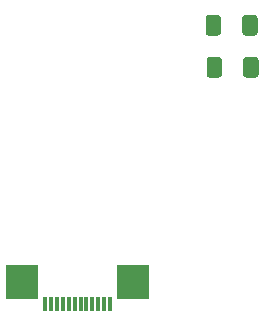
<source format=gbr>
%TF.GenerationSoftware,KiCad,Pcbnew,(5.1.9)-1*%
%TF.CreationDate,2021-08-30T10:52:12+01:00*%
%TF.ProjectId,projecto1,70726f6a-6563-4746-9f31-2e6b69636164,1.5*%
%TF.SameCoordinates,Original*%
%TF.FileFunction,Paste,Top*%
%TF.FilePolarity,Positive*%
%FSLAX46Y46*%
G04 Gerber Fmt 4.6, Leading zero omitted, Abs format (unit mm)*
G04 Created by KiCad (PCBNEW (5.1.9)-1) date 2021-08-30 10:52:12*
%MOMM*%
%LPD*%
G01*
G04 APERTURE LIST*
%ADD10R,2.700000X3.000000*%
%ADD11R,0.300000X1.200000*%
G04 APERTURE END LIST*
D10*
%TO.C,J2*%
X42310000Y-75297000D03*
X51670000Y-75297000D03*
D11*
X44240000Y-77157000D03*
X44740000Y-77157000D03*
X45240000Y-77157000D03*
X45740000Y-77157000D03*
X46240000Y-77157000D03*
X46740000Y-77157000D03*
X47240000Y-77157000D03*
X47740000Y-77157000D03*
X48240000Y-77157000D03*
X48740000Y-77157000D03*
X49240000Y-77157000D03*
X49740000Y-77157000D03*
%TD*%
%TO.C,R5*%
G36*
G01*
X61008500Y-57711500D02*
X61008500Y-56461500D01*
G75*
G02*
X61258500Y-56211500I250000J0D01*
G01*
X62058500Y-56211500D01*
G75*
G02*
X62308500Y-56461500I0J-250000D01*
G01*
X62308500Y-57711500D01*
G75*
G02*
X62058500Y-57961500I-250000J0D01*
G01*
X61258500Y-57961500D01*
G75*
G02*
X61008500Y-57711500I0J250000D01*
G01*
G37*
G36*
G01*
X57908500Y-57711500D02*
X57908500Y-56461500D01*
G75*
G02*
X58158500Y-56211500I250000J0D01*
G01*
X58958500Y-56211500D01*
G75*
G02*
X59208500Y-56461500I0J-250000D01*
G01*
X59208500Y-57711500D01*
G75*
G02*
X58958500Y-57961500I-250000J0D01*
G01*
X58158500Y-57961500D01*
G75*
G02*
X57908500Y-57711500I0J250000D01*
G01*
G37*
%TD*%
%TO.C,R4*%
G36*
G01*
X60933500Y-54155500D02*
X60933500Y-52905500D01*
G75*
G02*
X61183500Y-52655500I250000J0D01*
G01*
X61983500Y-52655500D01*
G75*
G02*
X62233500Y-52905500I0J-250000D01*
G01*
X62233500Y-54155500D01*
G75*
G02*
X61983500Y-54405500I-250000J0D01*
G01*
X61183500Y-54405500D01*
G75*
G02*
X60933500Y-54155500I0J250000D01*
G01*
G37*
G36*
G01*
X57833500Y-54155500D02*
X57833500Y-52905500D01*
G75*
G02*
X58083500Y-52655500I250000J0D01*
G01*
X58883500Y-52655500D01*
G75*
G02*
X59133500Y-52905500I0J-250000D01*
G01*
X59133500Y-54155500D01*
G75*
G02*
X58883500Y-54405500I-250000J0D01*
G01*
X58083500Y-54405500D01*
G75*
G02*
X57833500Y-54155500I0J250000D01*
G01*
G37*
%TD*%
M02*

</source>
